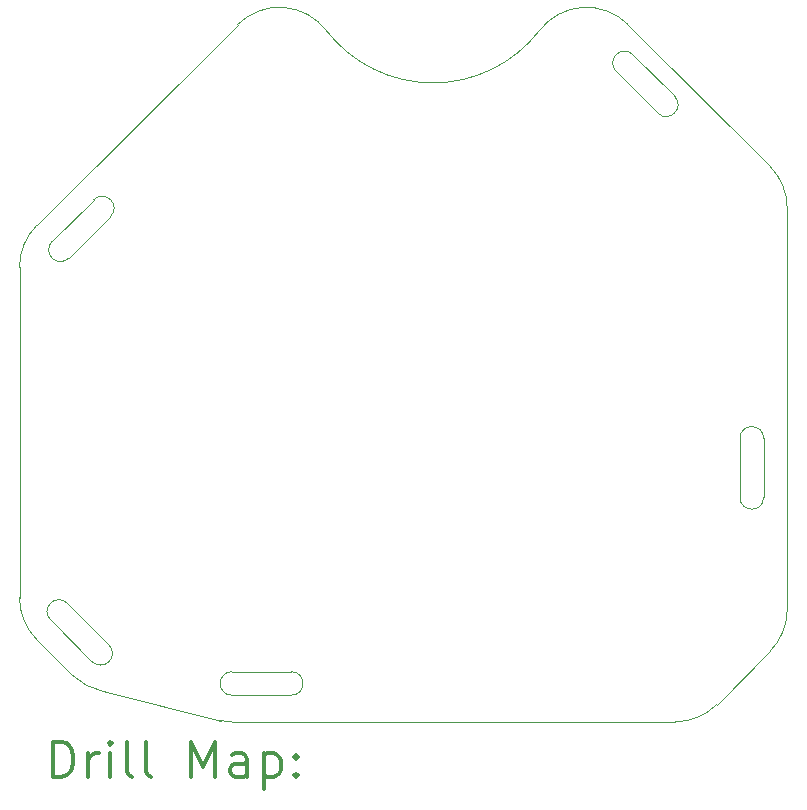
<source format=gbr>
%FSLAX45Y45*%
G04 Gerber Fmt 4.5, Leading zero omitted, Abs format (unit mm)*
G04 Created by KiCad (PCBNEW (5.1.10)-1) date 2021-09-09 16:44:16*
%MOMM*%
%LPD*%
G01*
G04 APERTURE LIST*
%TA.AperFunction,Profile*%
%ADD10C,0.050000*%
%TD*%
%ADD11C,0.200000*%
%ADD12C,0.300000*%
G04 APERTURE END LIST*
D10*
X13346447Y-6446447D02*
G75*
G02*
X14100000Y-6500000I353553J-353553D01*
G01*
X13300000Y-12125000D02*
G75*
G02*
X13300000Y-11925000I0J100000D01*
G01*
X13300000Y-11925000D02*
X13800000Y-11925000D01*
X13300000Y-12125000D02*
X13800000Y-12125000D01*
X13800000Y-11925000D02*
G75*
G02*
X13800000Y-12125000I0J-100000D01*
G01*
X17600000Y-9950000D02*
G75*
G02*
X17800000Y-9950000I100000J0D01*
G01*
X17600000Y-10450000D02*
X17600000Y-9950000D01*
X17800000Y-10450000D02*
X17800000Y-9950000D01*
X17800000Y-10450000D02*
G75*
G02*
X17600000Y-10450000I-100000J0D01*
G01*
X17045711Y-7054289D02*
G75*
G02*
X16904289Y-7195711I-70711J-70711D01*
G01*
X17045711Y-7054289D02*
X16692157Y-6700736D01*
X16550736Y-6842157D02*
G75*
G02*
X16692157Y-6700736I70711J70711D01*
G01*
X16550736Y-6842157D02*
X16904289Y-7195711D01*
X13300000Y-12350000D02*
X17050000Y-12350000D01*
X12202883Y-12090478D02*
X13202027Y-12340307D01*
X13202027Y-12340307D02*
G75*
G03*
X13300000Y-12350000I97973J490307D01*
G01*
X11917157Y-8424264D02*
G75*
G02*
X11775736Y-8282843I-70711J70711D01*
G01*
X12129289Y-7929289D02*
G75*
G02*
X12270711Y-8070711I70711J-70711D01*
G01*
X11917157Y-8424264D02*
X12270711Y-8070711D01*
X12129289Y-7929289D02*
X11775736Y-8282843D01*
X11946447Y-11953553D02*
X11646447Y-11653553D01*
X11646447Y-11653553D02*
G75*
G02*
X11500000Y-11300000I353553J353553D01*
G01*
X13346447Y-6446447D02*
X11646447Y-8146447D01*
X12257843Y-11699264D02*
G75*
G02*
X12116421Y-11840685I-70711J-70711D01*
G01*
X12257843Y-11699264D02*
X11904289Y-11345711D01*
X11762868Y-11487132D02*
X12116421Y-11840685D01*
X11762868Y-11487132D02*
G75*
G02*
X11904289Y-11345711I70711J70711D01*
G01*
X15900000Y-6500000D02*
G75*
G02*
X14100000Y-6500000I-900000J700000D01*
G01*
X17403553Y-12203553D02*
X17853553Y-11753553D01*
X17403553Y-12203553D02*
G75*
G02*
X17050000Y-12350000I-353553J353553D01*
G01*
X17853553Y-7646447D02*
X16653553Y-6446447D01*
X16653553Y-6446447D02*
G75*
G03*
X15900000Y-6500000I-353553J-353553D01*
G01*
X11946447Y-11953553D02*
G75*
G03*
X12202883Y-12090478I353553J353553D01*
G01*
X11646447Y-8146447D02*
G75*
G03*
X11500000Y-8500000I353553J-353553D01*
G01*
X17853553Y-7646447D02*
G75*
G02*
X18000000Y-8000000I-353553J-353553D01*
G01*
X18000000Y-11400000D02*
X18000000Y-8000000D01*
X11500000Y-11300000D02*
X11500000Y-8500000D01*
X17853553Y-11753553D02*
G75*
G03*
X18000000Y-11400000I-353553J353553D01*
G01*
D11*
D12*
X11783928Y-12818214D02*
X11783928Y-12518214D01*
X11855357Y-12518214D01*
X11898214Y-12532500D01*
X11926786Y-12561071D01*
X11941071Y-12589643D01*
X11955357Y-12646786D01*
X11955357Y-12689643D01*
X11941071Y-12746786D01*
X11926786Y-12775357D01*
X11898214Y-12803929D01*
X11855357Y-12818214D01*
X11783928Y-12818214D01*
X12083928Y-12818214D02*
X12083928Y-12618214D01*
X12083928Y-12675357D02*
X12098214Y-12646786D01*
X12112500Y-12632500D01*
X12141071Y-12618214D01*
X12169643Y-12618214D01*
X12269643Y-12818214D02*
X12269643Y-12618214D01*
X12269643Y-12518214D02*
X12255357Y-12532500D01*
X12269643Y-12546786D01*
X12283928Y-12532500D01*
X12269643Y-12518214D01*
X12269643Y-12546786D01*
X12455357Y-12818214D02*
X12426786Y-12803929D01*
X12412500Y-12775357D01*
X12412500Y-12518214D01*
X12612500Y-12818214D02*
X12583928Y-12803929D01*
X12569643Y-12775357D01*
X12569643Y-12518214D01*
X12955357Y-12818214D02*
X12955357Y-12518214D01*
X13055357Y-12732500D01*
X13155357Y-12518214D01*
X13155357Y-12818214D01*
X13426786Y-12818214D02*
X13426786Y-12661071D01*
X13412500Y-12632500D01*
X13383928Y-12618214D01*
X13326786Y-12618214D01*
X13298214Y-12632500D01*
X13426786Y-12803929D02*
X13398214Y-12818214D01*
X13326786Y-12818214D01*
X13298214Y-12803929D01*
X13283928Y-12775357D01*
X13283928Y-12746786D01*
X13298214Y-12718214D01*
X13326786Y-12703929D01*
X13398214Y-12703929D01*
X13426786Y-12689643D01*
X13569643Y-12618214D02*
X13569643Y-12918214D01*
X13569643Y-12632500D02*
X13598214Y-12618214D01*
X13655357Y-12618214D01*
X13683928Y-12632500D01*
X13698214Y-12646786D01*
X13712500Y-12675357D01*
X13712500Y-12761071D01*
X13698214Y-12789643D01*
X13683928Y-12803929D01*
X13655357Y-12818214D01*
X13598214Y-12818214D01*
X13569643Y-12803929D01*
X13841071Y-12789643D02*
X13855357Y-12803929D01*
X13841071Y-12818214D01*
X13826786Y-12803929D01*
X13841071Y-12789643D01*
X13841071Y-12818214D01*
X13841071Y-12632500D02*
X13855357Y-12646786D01*
X13841071Y-12661071D01*
X13826786Y-12646786D01*
X13841071Y-12632500D01*
X13841071Y-12661071D01*
M02*

</source>
